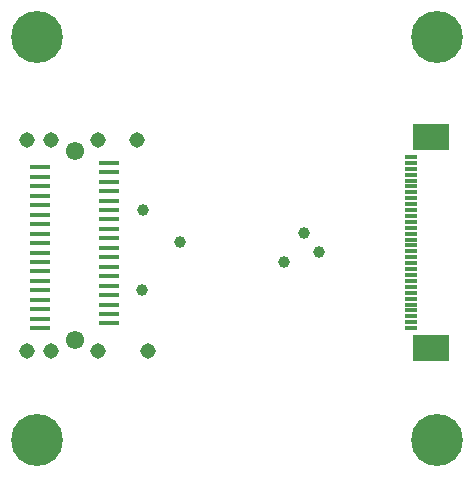
<source format=gbr>
%TF.GenerationSoftware,KiCad,Pcbnew,5.1.10-88a1d61d58~88~ubuntu18.04.1*%
%TF.CreationDate,2021-11-12T09:48:00+07:00*%
%TF.ProjectId,MX8Mx_EVK_MIPI_CSI-EYECLOUDAI_2MGSMOD_AR0234-ADAPTER,4d58384d-785f-4455-964b-5f4d4950495f,rev?*%
%TF.SameCoordinates,Original*%
%TF.FileFunction,Soldermask,Top*%
%TF.FilePolarity,Negative*%
%FSLAX46Y46*%
G04 Gerber Fmt 4.6, Leading zero omitted, Abs format (unit mm)*
G04 Created by KiCad (PCBNEW 5.1.10-88a1d61d58~88~ubuntu18.04.1) date 2021-11-12 09:48:00*
%MOMM*%
%LPD*%
G01*
G04 APERTURE LIST*
%ADD10C,1.000000*%
%ADD11C,1.550000*%
%ADD12R,1.800000X0.350000*%
%ADD13C,1.308000*%
%ADD14R,1.100000X0.300000*%
%ADD15R,3.100000X2.300000*%
%ADD16C,4.400000*%
G04 APERTURE END LIST*
D10*
%TO.C,TP5*%
X126644400Y-98221800D03*
%TD*%
%TO.C,TP6*%
X129565400Y-97370900D03*
%TD*%
%TO.C,TP4*%
X128295400Y-95732600D03*
%TD*%
%TO.C,TP2*%
X114617500Y-100558600D03*
%TD*%
%TO.C,TP1*%
X114642900Y-93802200D03*
%TD*%
D11*
%TO.C,J1*%
X108879400Y-88793500D03*
X108879400Y-104793500D03*
D12*
X111789400Y-89793500D03*
X111789400Y-90593500D03*
X111789400Y-91393500D03*
X111789400Y-92193500D03*
X111789400Y-92993500D03*
X111789400Y-93793500D03*
X111789400Y-94593500D03*
X111789400Y-95393500D03*
X111789400Y-96193500D03*
X111789400Y-96993500D03*
X111789400Y-97793500D03*
X111789400Y-98593500D03*
X111789400Y-99393500D03*
X111789400Y-100193500D03*
X111789400Y-100993500D03*
X111789400Y-101793500D03*
X111789400Y-102593500D03*
X111789400Y-103393500D03*
X105969400Y-90193500D03*
X105969400Y-90993500D03*
X105969400Y-91793500D03*
X105969400Y-92593500D03*
X105969400Y-93393500D03*
X105969400Y-94193500D03*
X105969400Y-94993500D03*
X105969400Y-95793500D03*
X105969400Y-96593500D03*
X105969400Y-97393500D03*
X105969400Y-98193500D03*
X105969400Y-98993500D03*
X105969400Y-99793500D03*
X105969400Y-100593500D03*
X105969400Y-101393500D03*
X105969400Y-102193500D03*
X105969400Y-102993500D03*
X105969400Y-103793500D03*
D13*
X114119400Y-87893500D03*
X110879400Y-87893500D03*
X106879400Y-87893500D03*
X104849400Y-87893500D03*
X115119400Y-105693500D03*
X110879400Y-105693500D03*
X106879400Y-105693500D03*
X104849400Y-105693500D03*
%TD*%
D10*
%TO.C,TP3*%
X117830600Y-96507300D03*
%TD*%
D14*
%TO.C,J2*%
X137317480Y-89297940D03*
X137317480Y-89797940D03*
X137317480Y-90297940D03*
X137317480Y-90797940D03*
X137317480Y-91297940D03*
X137317480Y-91797940D03*
X137317480Y-92297940D03*
X137317480Y-92797940D03*
X137317480Y-93297940D03*
X137317480Y-93797940D03*
X137317480Y-94297940D03*
X137317480Y-94797940D03*
X137317480Y-95297940D03*
X137317480Y-95797940D03*
X137317480Y-96297940D03*
X137317480Y-96797940D03*
X137317480Y-97297940D03*
X137317480Y-97797940D03*
X137317480Y-98297940D03*
X137317480Y-98797940D03*
X137317480Y-99297940D03*
X137317480Y-99797940D03*
X137317480Y-100297940D03*
X137317480Y-100797940D03*
D15*
X139017480Y-105467940D03*
X139017480Y-87627940D03*
D14*
X137317480Y-101297940D03*
X137317480Y-101797940D03*
X137317480Y-102297940D03*
X137317480Y-102797940D03*
X137317480Y-103297940D03*
X137317480Y-103797940D03*
%TD*%
D16*
%TO.C,H4*%
X139552680Y-79159100D03*
%TD*%
%TO.C,H3*%
X139552680Y-113235740D03*
%TD*%
%TO.C,H2*%
X105714800Y-113235740D03*
%TD*%
%TO.C,H1*%
X105714800Y-79159100D03*
%TD*%
M02*

</source>
